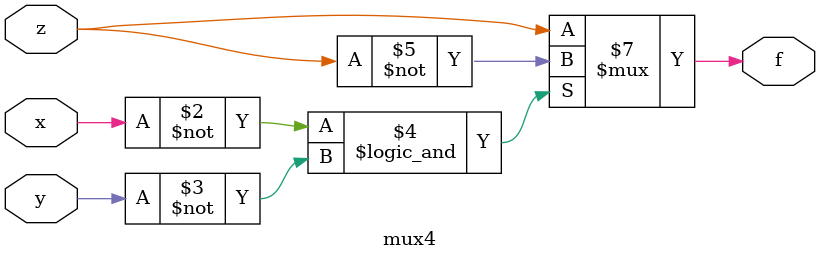
<source format=v>
module mux4(x,y,z,f);
 input x,y,z;
 output reg f;
 
 always @(x,y,z)
  if(x==0&&y==0)
   f = ~z;
  else
   f=z;

	
endmodule

</source>
